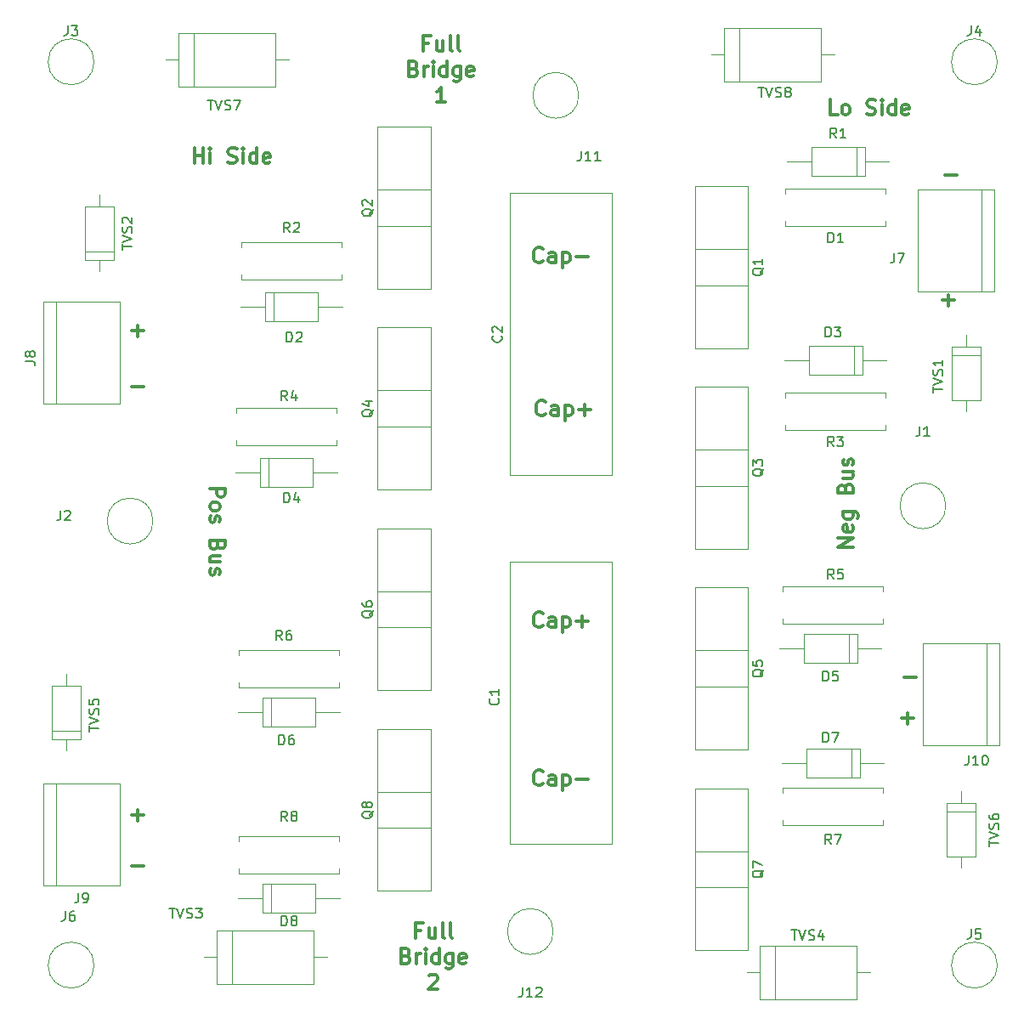
<source format=gbr>
G04 #@! TF.FileFunction,Legend,Top*
%FSLAX46Y46*%
G04 Gerber Fmt 4.6, Leading zero omitted, Abs format (unit mm)*
G04 Created by KiCad (PCBNEW 4.0.7) date 05/14/18 04:12:04*
%MOMM*%
%LPD*%
G01*
G04 APERTURE LIST*
%ADD10C,0.100000*%
%ADD11C,0.300000*%
%ADD12C,0.120000*%
%ADD13C,0.150000*%
G04 APERTURE END LIST*
D10*
D11*
X96984572Y-121947714D02*
X96913143Y-122019143D01*
X96698857Y-122090571D01*
X96556000Y-122090571D01*
X96341715Y-122019143D01*
X96198857Y-121876286D01*
X96127429Y-121733429D01*
X96056000Y-121447714D01*
X96056000Y-121233429D01*
X96127429Y-120947714D01*
X96198857Y-120804857D01*
X96341715Y-120662000D01*
X96556000Y-120590571D01*
X96698857Y-120590571D01*
X96913143Y-120662000D01*
X96984572Y-120733429D01*
X98270286Y-122090571D02*
X98270286Y-121304857D01*
X98198857Y-121162000D01*
X98056000Y-121090571D01*
X97770286Y-121090571D01*
X97627429Y-121162000D01*
X98270286Y-122019143D02*
X98127429Y-122090571D01*
X97770286Y-122090571D01*
X97627429Y-122019143D01*
X97556000Y-121876286D01*
X97556000Y-121733429D01*
X97627429Y-121590571D01*
X97770286Y-121519143D01*
X98127429Y-121519143D01*
X98270286Y-121447714D01*
X98984572Y-121090571D02*
X98984572Y-122590571D01*
X98984572Y-121162000D02*
X99127429Y-121090571D01*
X99413143Y-121090571D01*
X99556000Y-121162000D01*
X99627429Y-121233429D01*
X99698858Y-121376286D01*
X99698858Y-121804857D01*
X99627429Y-121947714D01*
X99556000Y-122019143D01*
X99413143Y-122090571D01*
X99127429Y-122090571D01*
X98984572Y-122019143D01*
X100341715Y-121519143D02*
X101484572Y-121519143D01*
X96984572Y-106199714D02*
X96913143Y-106271143D01*
X96698857Y-106342571D01*
X96556000Y-106342571D01*
X96341715Y-106271143D01*
X96198857Y-106128286D01*
X96127429Y-105985429D01*
X96056000Y-105699714D01*
X96056000Y-105485429D01*
X96127429Y-105199714D01*
X96198857Y-105056857D01*
X96341715Y-104914000D01*
X96556000Y-104842571D01*
X96698857Y-104842571D01*
X96913143Y-104914000D01*
X96984572Y-104985429D01*
X98270286Y-106342571D02*
X98270286Y-105556857D01*
X98198857Y-105414000D01*
X98056000Y-105342571D01*
X97770286Y-105342571D01*
X97627429Y-105414000D01*
X98270286Y-106271143D02*
X98127429Y-106342571D01*
X97770286Y-106342571D01*
X97627429Y-106271143D01*
X97556000Y-106128286D01*
X97556000Y-105985429D01*
X97627429Y-105842571D01*
X97770286Y-105771143D01*
X98127429Y-105771143D01*
X98270286Y-105699714D01*
X98984572Y-105342571D02*
X98984572Y-106842571D01*
X98984572Y-105414000D02*
X99127429Y-105342571D01*
X99413143Y-105342571D01*
X99556000Y-105414000D01*
X99627429Y-105485429D01*
X99698858Y-105628286D01*
X99698858Y-106056857D01*
X99627429Y-106199714D01*
X99556000Y-106271143D01*
X99413143Y-106342571D01*
X99127429Y-106342571D01*
X98984572Y-106271143D01*
X100341715Y-105771143D02*
X101484572Y-105771143D01*
X100913143Y-106342571D02*
X100913143Y-105199714D01*
X97238572Y-85117714D02*
X97167143Y-85189143D01*
X96952857Y-85260571D01*
X96810000Y-85260571D01*
X96595715Y-85189143D01*
X96452857Y-85046286D01*
X96381429Y-84903429D01*
X96310000Y-84617714D01*
X96310000Y-84403429D01*
X96381429Y-84117714D01*
X96452857Y-83974857D01*
X96595715Y-83832000D01*
X96810000Y-83760571D01*
X96952857Y-83760571D01*
X97167143Y-83832000D01*
X97238572Y-83903429D01*
X98524286Y-85260571D02*
X98524286Y-84474857D01*
X98452857Y-84332000D01*
X98310000Y-84260571D01*
X98024286Y-84260571D01*
X97881429Y-84332000D01*
X98524286Y-85189143D02*
X98381429Y-85260571D01*
X98024286Y-85260571D01*
X97881429Y-85189143D01*
X97810000Y-85046286D01*
X97810000Y-84903429D01*
X97881429Y-84760571D01*
X98024286Y-84689143D01*
X98381429Y-84689143D01*
X98524286Y-84617714D01*
X99238572Y-84260571D02*
X99238572Y-85760571D01*
X99238572Y-84332000D02*
X99381429Y-84260571D01*
X99667143Y-84260571D01*
X99810000Y-84332000D01*
X99881429Y-84403429D01*
X99952858Y-84546286D01*
X99952858Y-84974857D01*
X99881429Y-85117714D01*
X99810000Y-85189143D01*
X99667143Y-85260571D01*
X99381429Y-85260571D01*
X99238572Y-85189143D01*
X100595715Y-84689143D02*
X101738572Y-84689143D01*
X101167143Y-85260571D02*
X101167143Y-84117714D01*
X96984572Y-69877714D02*
X96913143Y-69949143D01*
X96698857Y-70020571D01*
X96556000Y-70020571D01*
X96341715Y-69949143D01*
X96198857Y-69806286D01*
X96127429Y-69663429D01*
X96056000Y-69377714D01*
X96056000Y-69163429D01*
X96127429Y-68877714D01*
X96198857Y-68734857D01*
X96341715Y-68592000D01*
X96556000Y-68520571D01*
X96698857Y-68520571D01*
X96913143Y-68592000D01*
X96984572Y-68663429D01*
X98270286Y-70020571D02*
X98270286Y-69234857D01*
X98198857Y-69092000D01*
X98056000Y-69020571D01*
X97770286Y-69020571D01*
X97627429Y-69092000D01*
X98270286Y-69949143D02*
X98127429Y-70020571D01*
X97770286Y-70020571D01*
X97627429Y-69949143D01*
X97556000Y-69806286D01*
X97556000Y-69663429D01*
X97627429Y-69520571D01*
X97770286Y-69449143D01*
X98127429Y-69449143D01*
X98270286Y-69377714D01*
X98984572Y-69020571D02*
X98984572Y-70520571D01*
X98984572Y-69092000D02*
X99127429Y-69020571D01*
X99413143Y-69020571D01*
X99556000Y-69092000D01*
X99627429Y-69163429D01*
X99698858Y-69306286D01*
X99698858Y-69734857D01*
X99627429Y-69877714D01*
X99556000Y-69949143D01*
X99413143Y-70020571D01*
X99127429Y-70020571D01*
X98984572Y-69949143D01*
X100341715Y-69449143D02*
X101484572Y-69449143D01*
X84856001Y-136534857D02*
X84356001Y-136534857D01*
X84356001Y-137320571D02*
X84356001Y-135820571D01*
X85070287Y-135820571D01*
X86284572Y-136320571D02*
X86284572Y-137320571D01*
X85641715Y-136320571D02*
X85641715Y-137106286D01*
X85713143Y-137249143D01*
X85856001Y-137320571D01*
X86070286Y-137320571D01*
X86213143Y-137249143D01*
X86284572Y-137177714D01*
X87213144Y-137320571D02*
X87070286Y-137249143D01*
X86998858Y-137106286D01*
X86998858Y-135820571D01*
X87998858Y-137320571D02*
X87856000Y-137249143D01*
X87784572Y-137106286D01*
X87784572Y-135820571D01*
X83391715Y-139084857D02*
X83606001Y-139156286D01*
X83677429Y-139227714D01*
X83748858Y-139370571D01*
X83748858Y-139584857D01*
X83677429Y-139727714D01*
X83606001Y-139799143D01*
X83463143Y-139870571D01*
X82891715Y-139870571D01*
X82891715Y-138370571D01*
X83391715Y-138370571D01*
X83534572Y-138442000D01*
X83606001Y-138513429D01*
X83677429Y-138656286D01*
X83677429Y-138799143D01*
X83606001Y-138942000D01*
X83534572Y-139013429D01*
X83391715Y-139084857D01*
X82891715Y-139084857D01*
X84391715Y-139870571D02*
X84391715Y-138870571D01*
X84391715Y-139156286D02*
X84463143Y-139013429D01*
X84534572Y-138942000D01*
X84677429Y-138870571D01*
X84820286Y-138870571D01*
X85320286Y-139870571D02*
X85320286Y-138870571D01*
X85320286Y-138370571D02*
X85248857Y-138442000D01*
X85320286Y-138513429D01*
X85391714Y-138442000D01*
X85320286Y-138370571D01*
X85320286Y-138513429D01*
X86677429Y-139870571D02*
X86677429Y-138370571D01*
X86677429Y-139799143D02*
X86534572Y-139870571D01*
X86248858Y-139870571D01*
X86106000Y-139799143D01*
X86034572Y-139727714D01*
X85963143Y-139584857D01*
X85963143Y-139156286D01*
X86034572Y-139013429D01*
X86106000Y-138942000D01*
X86248858Y-138870571D01*
X86534572Y-138870571D01*
X86677429Y-138942000D01*
X88034572Y-138870571D02*
X88034572Y-140084857D01*
X87963143Y-140227714D01*
X87891715Y-140299143D01*
X87748858Y-140370571D01*
X87534572Y-140370571D01*
X87391715Y-140299143D01*
X88034572Y-139799143D02*
X87891715Y-139870571D01*
X87606001Y-139870571D01*
X87463143Y-139799143D01*
X87391715Y-139727714D01*
X87320286Y-139584857D01*
X87320286Y-139156286D01*
X87391715Y-139013429D01*
X87463143Y-138942000D01*
X87606001Y-138870571D01*
X87891715Y-138870571D01*
X88034572Y-138942000D01*
X89320286Y-139799143D02*
X89177429Y-139870571D01*
X88891715Y-139870571D01*
X88748858Y-139799143D01*
X88677429Y-139656286D01*
X88677429Y-139084857D01*
X88748858Y-138942000D01*
X88891715Y-138870571D01*
X89177429Y-138870571D01*
X89320286Y-138942000D01*
X89391715Y-139084857D01*
X89391715Y-139227714D01*
X88677429Y-139370571D01*
X85677429Y-141063429D02*
X85748858Y-140992000D01*
X85891715Y-140920571D01*
X86248858Y-140920571D01*
X86391715Y-140992000D01*
X86463144Y-141063429D01*
X86534572Y-141206286D01*
X86534572Y-141349143D01*
X86463144Y-141563429D01*
X85606001Y-142420571D01*
X86534572Y-142420571D01*
X56070572Y-130155143D02*
X57213429Y-130155143D01*
X56070572Y-125075143D02*
X57213429Y-125075143D01*
X56642000Y-125646571D02*
X56642000Y-124503714D01*
X132778572Y-115423143D02*
X133921429Y-115423143D01*
X133350000Y-115994571D02*
X133350000Y-114851714D01*
X133032572Y-111359143D02*
X134175429Y-111359143D01*
X56070572Y-76815143D02*
X57213429Y-76815143D01*
X56642000Y-77386571D02*
X56642000Y-76243714D01*
X56070572Y-82403143D02*
X57213429Y-82403143D01*
X136842572Y-73767143D02*
X137985429Y-73767143D01*
X137414000Y-74338571D02*
X137414000Y-73195714D01*
X137096572Y-61321143D02*
X138239429Y-61321143D01*
X127932571Y-98337143D02*
X126432571Y-98337143D01*
X127932571Y-97480000D01*
X126432571Y-97480000D01*
X127861143Y-96194286D02*
X127932571Y-96337143D01*
X127932571Y-96622857D01*
X127861143Y-96765714D01*
X127718286Y-96837143D01*
X127146857Y-96837143D01*
X127004000Y-96765714D01*
X126932571Y-96622857D01*
X126932571Y-96337143D01*
X127004000Y-96194286D01*
X127146857Y-96122857D01*
X127289714Y-96122857D01*
X127432571Y-96837143D01*
X126932571Y-94837143D02*
X128146857Y-94837143D01*
X128289714Y-94908572D01*
X128361143Y-94980000D01*
X128432571Y-95122857D01*
X128432571Y-95337143D01*
X128361143Y-95480000D01*
X127861143Y-94837143D02*
X127932571Y-94980000D01*
X127932571Y-95265714D01*
X127861143Y-95408572D01*
X127789714Y-95480000D01*
X127646857Y-95551429D01*
X127218286Y-95551429D01*
X127075429Y-95480000D01*
X127004000Y-95408572D01*
X126932571Y-95265714D01*
X126932571Y-94980000D01*
X127004000Y-94837143D01*
X127146857Y-92480000D02*
X127218286Y-92265714D01*
X127289714Y-92194286D01*
X127432571Y-92122857D01*
X127646857Y-92122857D01*
X127789714Y-92194286D01*
X127861143Y-92265714D01*
X127932571Y-92408572D01*
X127932571Y-92980000D01*
X126432571Y-92980000D01*
X126432571Y-92480000D01*
X126504000Y-92337143D01*
X126575429Y-92265714D01*
X126718286Y-92194286D01*
X126861143Y-92194286D01*
X127004000Y-92265714D01*
X127075429Y-92337143D01*
X127146857Y-92480000D01*
X127146857Y-92980000D01*
X126932571Y-90837143D02*
X127932571Y-90837143D01*
X126932571Y-91480000D02*
X127718286Y-91480000D01*
X127861143Y-91408572D01*
X127932571Y-91265714D01*
X127932571Y-91051429D01*
X127861143Y-90908572D01*
X127789714Y-90837143D01*
X127861143Y-90194286D02*
X127932571Y-90051429D01*
X127932571Y-89765714D01*
X127861143Y-89622857D01*
X127718286Y-89551429D01*
X127646857Y-89551429D01*
X127504000Y-89622857D01*
X127432571Y-89765714D01*
X127432571Y-89980000D01*
X127361143Y-90122857D01*
X127218286Y-90194286D01*
X127146857Y-90194286D01*
X127004000Y-90122857D01*
X126932571Y-89980000D01*
X126932571Y-89765714D01*
X127004000Y-89622857D01*
X63837429Y-92488286D02*
X65337429Y-92488286D01*
X65337429Y-93059714D01*
X65266000Y-93202572D01*
X65194571Y-93274000D01*
X65051714Y-93345429D01*
X64837429Y-93345429D01*
X64694571Y-93274000D01*
X64623143Y-93202572D01*
X64551714Y-93059714D01*
X64551714Y-92488286D01*
X63837429Y-94202572D02*
X63908857Y-94059714D01*
X63980286Y-93988286D01*
X64123143Y-93916857D01*
X64551714Y-93916857D01*
X64694571Y-93988286D01*
X64766000Y-94059714D01*
X64837429Y-94202572D01*
X64837429Y-94416857D01*
X64766000Y-94559714D01*
X64694571Y-94631143D01*
X64551714Y-94702572D01*
X64123143Y-94702572D01*
X63980286Y-94631143D01*
X63908857Y-94559714D01*
X63837429Y-94416857D01*
X63837429Y-94202572D01*
X63908857Y-95274000D02*
X63837429Y-95416857D01*
X63837429Y-95702572D01*
X63908857Y-95845429D01*
X64051714Y-95916857D01*
X64123143Y-95916857D01*
X64266000Y-95845429D01*
X64337429Y-95702572D01*
X64337429Y-95488286D01*
X64408857Y-95345429D01*
X64551714Y-95274000D01*
X64623143Y-95274000D01*
X64766000Y-95345429D01*
X64837429Y-95488286D01*
X64837429Y-95702572D01*
X64766000Y-95845429D01*
X64623143Y-98202572D02*
X64551714Y-98416858D01*
X64480286Y-98488286D01*
X64337429Y-98559715D01*
X64123143Y-98559715D01*
X63980286Y-98488286D01*
X63908857Y-98416858D01*
X63837429Y-98274000D01*
X63837429Y-97702572D01*
X65337429Y-97702572D01*
X65337429Y-98202572D01*
X65266000Y-98345429D01*
X65194571Y-98416858D01*
X65051714Y-98488286D01*
X64908857Y-98488286D01*
X64766000Y-98416858D01*
X64694571Y-98345429D01*
X64623143Y-98202572D01*
X64623143Y-97702572D01*
X64837429Y-99845429D02*
X63837429Y-99845429D01*
X64837429Y-99202572D02*
X64051714Y-99202572D01*
X63908857Y-99274000D01*
X63837429Y-99416858D01*
X63837429Y-99631143D01*
X63908857Y-99774000D01*
X63980286Y-99845429D01*
X63908857Y-100488286D02*
X63837429Y-100631143D01*
X63837429Y-100916858D01*
X63908857Y-101059715D01*
X64051714Y-101131143D01*
X64123143Y-101131143D01*
X64266000Y-101059715D01*
X64337429Y-100916858D01*
X64337429Y-100702572D01*
X64408857Y-100559715D01*
X64551714Y-100488286D01*
X64623143Y-100488286D01*
X64766000Y-100559715D01*
X64837429Y-100702572D01*
X64837429Y-100916858D01*
X64766000Y-101059715D01*
X126361429Y-55288571D02*
X125647143Y-55288571D01*
X125647143Y-53788571D01*
X127075715Y-55288571D02*
X126932857Y-55217143D01*
X126861429Y-55145714D01*
X126790000Y-55002857D01*
X126790000Y-54574286D01*
X126861429Y-54431429D01*
X126932857Y-54360000D01*
X127075715Y-54288571D01*
X127290000Y-54288571D01*
X127432857Y-54360000D01*
X127504286Y-54431429D01*
X127575715Y-54574286D01*
X127575715Y-55002857D01*
X127504286Y-55145714D01*
X127432857Y-55217143D01*
X127290000Y-55288571D01*
X127075715Y-55288571D01*
X129290000Y-55217143D02*
X129504286Y-55288571D01*
X129861429Y-55288571D01*
X130004286Y-55217143D01*
X130075715Y-55145714D01*
X130147143Y-55002857D01*
X130147143Y-54860000D01*
X130075715Y-54717143D01*
X130004286Y-54645714D01*
X129861429Y-54574286D01*
X129575715Y-54502857D01*
X129432857Y-54431429D01*
X129361429Y-54360000D01*
X129290000Y-54217143D01*
X129290000Y-54074286D01*
X129361429Y-53931429D01*
X129432857Y-53860000D01*
X129575715Y-53788571D01*
X129932857Y-53788571D01*
X130147143Y-53860000D01*
X130790000Y-55288571D02*
X130790000Y-54288571D01*
X130790000Y-53788571D02*
X130718571Y-53860000D01*
X130790000Y-53931429D01*
X130861428Y-53860000D01*
X130790000Y-53788571D01*
X130790000Y-53931429D01*
X132147143Y-55288571D02*
X132147143Y-53788571D01*
X132147143Y-55217143D02*
X132004286Y-55288571D01*
X131718572Y-55288571D01*
X131575714Y-55217143D01*
X131504286Y-55145714D01*
X131432857Y-55002857D01*
X131432857Y-54574286D01*
X131504286Y-54431429D01*
X131575714Y-54360000D01*
X131718572Y-54288571D01*
X132004286Y-54288571D01*
X132147143Y-54360000D01*
X133432857Y-55217143D02*
X133290000Y-55288571D01*
X133004286Y-55288571D01*
X132861429Y-55217143D01*
X132790000Y-55074286D01*
X132790000Y-54502857D01*
X132861429Y-54360000D01*
X133004286Y-54288571D01*
X133290000Y-54288571D01*
X133432857Y-54360000D01*
X133504286Y-54502857D01*
X133504286Y-54645714D01*
X132790000Y-54788571D01*
X62290000Y-60114571D02*
X62290000Y-58614571D01*
X62290000Y-59328857D02*
X63147143Y-59328857D01*
X63147143Y-60114571D02*
X63147143Y-58614571D01*
X63861429Y-60114571D02*
X63861429Y-59114571D01*
X63861429Y-58614571D02*
X63790000Y-58686000D01*
X63861429Y-58757429D01*
X63932857Y-58686000D01*
X63861429Y-58614571D01*
X63861429Y-58757429D01*
X65647143Y-60043143D02*
X65861429Y-60114571D01*
X66218572Y-60114571D01*
X66361429Y-60043143D01*
X66432858Y-59971714D01*
X66504286Y-59828857D01*
X66504286Y-59686000D01*
X66432858Y-59543143D01*
X66361429Y-59471714D01*
X66218572Y-59400286D01*
X65932858Y-59328857D01*
X65790000Y-59257429D01*
X65718572Y-59186000D01*
X65647143Y-59043143D01*
X65647143Y-58900286D01*
X65718572Y-58757429D01*
X65790000Y-58686000D01*
X65932858Y-58614571D01*
X66290000Y-58614571D01*
X66504286Y-58686000D01*
X67147143Y-60114571D02*
X67147143Y-59114571D01*
X67147143Y-58614571D02*
X67075714Y-58686000D01*
X67147143Y-58757429D01*
X67218571Y-58686000D01*
X67147143Y-58614571D01*
X67147143Y-58757429D01*
X68504286Y-60114571D02*
X68504286Y-58614571D01*
X68504286Y-60043143D02*
X68361429Y-60114571D01*
X68075715Y-60114571D01*
X67932857Y-60043143D01*
X67861429Y-59971714D01*
X67790000Y-59828857D01*
X67790000Y-59400286D01*
X67861429Y-59257429D01*
X67932857Y-59186000D01*
X68075715Y-59114571D01*
X68361429Y-59114571D01*
X68504286Y-59186000D01*
X69790000Y-60043143D02*
X69647143Y-60114571D01*
X69361429Y-60114571D01*
X69218572Y-60043143D01*
X69147143Y-59900286D01*
X69147143Y-59328857D01*
X69218572Y-59186000D01*
X69361429Y-59114571D01*
X69647143Y-59114571D01*
X69790000Y-59186000D01*
X69861429Y-59328857D01*
X69861429Y-59471714D01*
X69147143Y-59614571D01*
X85618001Y-48142857D02*
X85118001Y-48142857D01*
X85118001Y-48928571D02*
X85118001Y-47428571D01*
X85832287Y-47428571D01*
X87046572Y-47928571D02*
X87046572Y-48928571D01*
X86403715Y-47928571D02*
X86403715Y-48714286D01*
X86475143Y-48857143D01*
X86618001Y-48928571D01*
X86832286Y-48928571D01*
X86975143Y-48857143D01*
X87046572Y-48785714D01*
X87975144Y-48928571D02*
X87832286Y-48857143D01*
X87760858Y-48714286D01*
X87760858Y-47428571D01*
X88760858Y-48928571D02*
X88618000Y-48857143D01*
X88546572Y-48714286D01*
X88546572Y-47428571D01*
X84153715Y-50692857D02*
X84368001Y-50764286D01*
X84439429Y-50835714D01*
X84510858Y-50978571D01*
X84510858Y-51192857D01*
X84439429Y-51335714D01*
X84368001Y-51407143D01*
X84225143Y-51478571D01*
X83653715Y-51478571D01*
X83653715Y-49978571D01*
X84153715Y-49978571D01*
X84296572Y-50050000D01*
X84368001Y-50121429D01*
X84439429Y-50264286D01*
X84439429Y-50407143D01*
X84368001Y-50550000D01*
X84296572Y-50621429D01*
X84153715Y-50692857D01*
X83653715Y-50692857D01*
X85153715Y-51478571D02*
X85153715Y-50478571D01*
X85153715Y-50764286D02*
X85225143Y-50621429D01*
X85296572Y-50550000D01*
X85439429Y-50478571D01*
X85582286Y-50478571D01*
X86082286Y-51478571D02*
X86082286Y-50478571D01*
X86082286Y-49978571D02*
X86010857Y-50050000D01*
X86082286Y-50121429D01*
X86153714Y-50050000D01*
X86082286Y-49978571D01*
X86082286Y-50121429D01*
X87439429Y-51478571D02*
X87439429Y-49978571D01*
X87439429Y-51407143D02*
X87296572Y-51478571D01*
X87010858Y-51478571D01*
X86868000Y-51407143D01*
X86796572Y-51335714D01*
X86725143Y-51192857D01*
X86725143Y-50764286D01*
X86796572Y-50621429D01*
X86868000Y-50550000D01*
X87010858Y-50478571D01*
X87296572Y-50478571D01*
X87439429Y-50550000D01*
X88796572Y-50478571D02*
X88796572Y-51692857D01*
X88725143Y-51835714D01*
X88653715Y-51907143D01*
X88510858Y-51978571D01*
X88296572Y-51978571D01*
X88153715Y-51907143D01*
X88796572Y-51407143D02*
X88653715Y-51478571D01*
X88368001Y-51478571D01*
X88225143Y-51407143D01*
X88153715Y-51335714D01*
X88082286Y-51192857D01*
X88082286Y-50764286D01*
X88153715Y-50621429D01*
X88225143Y-50550000D01*
X88368001Y-50478571D01*
X88653715Y-50478571D01*
X88796572Y-50550000D01*
X90082286Y-51407143D02*
X89939429Y-51478571D01*
X89653715Y-51478571D01*
X89510858Y-51407143D01*
X89439429Y-51264286D01*
X89439429Y-50692857D01*
X89510858Y-50550000D01*
X89653715Y-50478571D01*
X89939429Y-50478571D01*
X90082286Y-50550000D01*
X90153715Y-50692857D01*
X90153715Y-50835714D01*
X89439429Y-50978571D01*
X87296572Y-54028571D02*
X86439429Y-54028571D01*
X86868001Y-54028571D02*
X86868001Y-52528571D01*
X86725144Y-52742857D01*
X86582286Y-52885714D01*
X86439429Y-52957143D01*
D12*
X121148000Y-63136000D02*
X121148000Y-62656000D01*
X121148000Y-62656000D02*
X131168000Y-62656000D01*
X131168000Y-62656000D02*
X131168000Y-63136000D01*
X121148000Y-65896000D02*
X121148000Y-66376000D01*
X121148000Y-66376000D02*
X131168000Y-66376000D01*
X131168000Y-66376000D02*
X131168000Y-65896000D01*
X141224000Y-107950000D02*
X141224000Y-118110000D01*
X142494000Y-107950000D02*
X134874000Y-107950000D01*
X134874000Y-107950000D02*
X134874000Y-118110000D01*
X134874000Y-118110000D02*
X142494000Y-118110000D01*
X142494000Y-118110000D02*
X142494000Y-107950000D01*
X69048000Y-113398000D02*
X69048000Y-116218000D01*
X69048000Y-116218000D02*
X74368000Y-116218000D01*
X74368000Y-116218000D02*
X74368000Y-113398000D01*
X74368000Y-113398000D02*
X69048000Y-113398000D01*
X66638000Y-114808000D02*
X69048000Y-114808000D01*
X76778000Y-114808000D02*
X74368000Y-114808000D01*
X69888000Y-113398000D02*
X69888000Y-116218000D01*
X52286000Y-50000000D02*
G75*
G03X52286000Y-50000000I-2286000J0D01*
G01*
X52286000Y-140000000D02*
G75*
G03X52286000Y-140000000I-2286000J0D01*
G01*
X117451000Y-62380000D02*
X117451000Y-78520000D01*
X112180000Y-62380000D02*
X112180000Y-78520000D01*
X117451000Y-62380000D02*
X112180000Y-62380000D01*
X117451000Y-78520000D02*
X112180000Y-78520000D01*
X117451000Y-68646000D02*
X112180000Y-68646000D01*
X117451000Y-72255000D02*
X112180000Y-72255000D01*
X80549000Y-72620000D02*
X80549000Y-56480000D01*
X85820000Y-72620000D02*
X85820000Y-56480000D01*
X80549000Y-72620000D02*
X85820000Y-72620000D01*
X80549000Y-56480000D02*
X85820000Y-56480000D01*
X80549000Y-66354000D02*
X85820000Y-66354000D01*
X80549000Y-62745000D02*
X85820000Y-62745000D01*
X137160000Y-94234000D02*
G75*
G03X137160000Y-94234000I-2286000J0D01*
G01*
X58166000Y-95758000D02*
G75*
G03X58166000Y-95758000I-2286000J0D01*
G01*
X142286000Y-50000000D02*
G75*
G03X142286000Y-50000000I-2286000J0D01*
G01*
X142286000Y-140000000D02*
G75*
G03X142286000Y-140000000I-2286000J0D01*
G01*
X140716000Y-62738000D02*
X140716000Y-72898000D01*
X141986000Y-62738000D02*
X134366000Y-62738000D01*
X134366000Y-62738000D02*
X134366000Y-72898000D01*
X134366000Y-72898000D02*
X141986000Y-72898000D01*
X141986000Y-72898000D02*
X141986000Y-62738000D01*
X48514000Y-84074000D02*
X48514000Y-73914000D01*
X47244000Y-84074000D02*
X54864000Y-84074000D01*
X54864000Y-84074000D02*
X54864000Y-73914000D01*
X54864000Y-73914000D02*
X47244000Y-73914000D01*
X47244000Y-73914000D02*
X47244000Y-84074000D01*
X117451000Y-82380000D02*
X117451000Y-98520000D01*
X112180000Y-82380000D02*
X112180000Y-98520000D01*
X117451000Y-82380000D02*
X112180000Y-82380000D01*
X117451000Y-98520000D02*
X112180000Y-98520000D01*
X117451000Y-88646000D02*
X112180000Y-88646000D01*
X117451000Y-92255000D02*
X112180000Y-92255000D01*
X80549000Y-92620000D02*
X80549000Y-76480000D01*
X85820000Y-92620000D02*
X85820000Y-76480000D01*
X80549000Y-92620000D02*
X85820000Y-92620000D01*
X80549000Y-76480000D02*
X85820000Y-76480000D01*
X80549000Y-86354000D02*
X85820000Y-86354000D01*
X80549000Y-82745000D02*
X85820000Y-82745000D01*
X117451000Y-102380000D02*
X117451000Y-118520000D01*
X112180000Y-102380000D02*
X112180000Y-118520000D01*
X117451000Y-102380000D02*
X112180000Y-102380000D01*
X117451000Y-118520000D02*
X112180000Y-118520000D01*
X117451000Y-108646000D02*
X112180000Y-108646000D01*
X117451000Y-112255000D02*
X112180000Y-112255000D01*
X80549000Y-112620000D02*
X80549000Y-96480000D01*
X85820000Y-112620000D02*
X85820000Y-96480000D01*
X80549000Y-112620000D02*
X85820000Y-112620000D01*
X80549000Y-96480000D02*
X85820000Y-96480000D01*
X80549000Y-106354000D02*
X85820000Y-106354000D01*
X80549000Y-102745000D02*
X85820000Y-102745000D01*
X117451000Y-122380000D02*
X117451000Y-138520000D01*
X112180000Y-122380000D02*
X112180000Y-138520000D01*
X117451000Y-122380000D02*
X112180000Y-122380000D01*
X117451000Y-138520000D02*
X112180000Y-138520000D01*
X117451000Y-128646000D02*
X112180000Y-128646000D01*
X117451000Y-132255000D02*
X112180000Y-132255000D01*
X80549000Y-132620000D02*
X80549000Y-116480000D01*
X85820000Y-132620000D02*
X85820000Y-116480000D01*
X80549000Y-132620000D02*
X85820000Y-132620000D01*
X80549000Y-116480000D02*
X85820000Y-116480000D01*
X80549000Y-126354000D02*
X85820000Y-126354000D01*
X80549000Y-122745000D02*
X85820000Y-122745000D01*
X98044000Y-136652000D02*
G75*
G03X98044000Y-136652000I-2286000J0D01*
G01*
X140602000Y-78366000D02*
X137782000Y-78366000D01*
X137782000Y-78366000D02*
X137782000Y-83686000D01*
X137782000Y-83686000D02*
X140602000Y-83686000D01*
X140602000Y-83686000D02*
X140602000Y-78366000D01*
X139192000Y-77226000D02*
X139192000Y-78366000D01*
X139192000Y-84826000D02*
X139192000Y-83686000D01*
X140602000Y-79206000D02*
X137782000Y-79206000D01*
X51422000Y-69716000D02*
X54242000Y-69716000D01*
X54242000Y-69716000D02*
X54242000Y-64396000D01*
X54242000Y-64396000D02*
X51422000Y-64396000D01*
X51422000Y-64396000D02*
X51422000Y-69716000D01*
X52832000Y-70856000D02*
X52832000Y-69716000D01*
X52832000Y-63256000D02*
X52832000Y-64396000D01*
X51422000Y-68876000D02*
X54242000Y-68876000D01*
X129072000Y-61354000D02*
X129072000Y-58534000D01*
X129072000Y-58534000D02*
X123752000Y-58534000D01*
X123752000Y-58534000D02*
X123752000Y-61354000D01*
X123752000Y-61354000D02*
X129072000Y-61354000D01*
X131482000Y-59944000D02*
X129072000Y-59944000D01*
X121342000Y-59944000D02*
X123752000Y-59944000D01*
X128232000Y-61354000D02*
X128232000Y-58534000D01*
X69302000Y-73012000D02*
X69302000Y-75832000D01*
X69302000Y-75832000D02*
X74622000Y-75832000D01*
X74622000Y-75832000D02*
X74622000Y-73012000D01*
X74622000Y-73012000D02*
X69302000Y-73012000D01*
X66892000Y-74422000D02*
X69302000Y-74422000D01*
X77032000Y-74422000D02*
X74622000Y-74422000D01*
X70142000Y-73012000D02*
X70142000Y-75832000D01*
X128818000Y-81166000D02*
X128818000Y-78346000D01*
X128818000Y-78346000D02*
X123498000Y-78346000D01*
X123498000Y-78346000D02*
X123498000Y-81166000D01*
X123498000Y-81166000D02*
X128818000Y-81166000D01*
X131228000Y-79756000D02*
X128818000Y-79756000D01*
X121088000Y-79756000D02*
X123498000Y-79756000D01*
X127978000Y-81166000D02*
X127978000Y-78346000D01*
X68794000Y-89522000D02*
X68794000Y-92342000D01*
X68794000Y-92342000D02*
X74114000Y-92342000D01*
X74114000Y-92342000D02*
X74114000Y-89522000D01*
X74114000Y-89522000D02*
X68794000Y-89522000D01*
X66384000Y-90932000D02*
X68794000Y-90932000D01*
X76524000Y-90932000D02*
X74114000Y-90932000D01*
X69634000Y-89522000D02*
X69634000Y-92342000D01*
X128310000Y-109868000D02*
X128310000Y-107048000D01*
X128310000Y-107048000D02*
X122990000Y-107048000D01*
X122990000Y-107048000D02*
X122990000Y-109868000D01*
X122990000Y-109868000D02*
X128310000Y-109868000D01*
X130720000Y-108458000D02*
X128310000Y-108458000D01*
X120580000Y-108458000D02*
X122990000Y-108458000D01*
X127470000Y-109868000D02*
X127470000Y-107048000D01*
X128564000Y-121298000D02*
X128564000Y-118478000D01*
X128564000Y-118478000D02*
X123244000Y-118478000D01*
X123244000Y-118478000D02*
X123244000Y-121298000D01*
X123244000Y-121298000D02*
X128564000Y-121298000D01*
X130974000Y-119888000D02*
X128564000Y-119888000D01*
X120834000Y-119888000D02*
X123244000Y-119888000D01*
X127724000Y-121298000D02*
X127724000Y-118478000D01*
X69048000Y-131940000D02*
X69048000Y-134760000D01*
X69048000Y-134760000D02*
X74368000Y-134760000D01*
X74368000Y-134760000D02*
X74368000Y-131940000D01*
X74368000Y-131940000D02*
X69048000Y-131940000D01*
X66638000Y-133350000D02*
X69048000Y-133350000D01*
X76778000Y-133350000D02*
X74368000Y-133350000D01*
X69888000Y-131940000D02*
X69888000Y-134760000D01*
X76972000Y-71230000D02*
X76972000Y-71710000D01*
X76972000Y-71710000D02*
X66952000Y-71710000D01*
X66952000Y-71710000D02*
X66952000Y-71230000D01*
X76972000Y-68470000D02*
X76972000Y-67990000D01*
X76972000Y-67990000D02*
X66952000Y-67990000D01*
X66952000Y-67990000D02*
X66952000Y-68470000D01*
X121148000Y-83456000D02*
X121148000Y-82976000D01*
X121148000Y-82976000D02*
X131168000Y-82976000D01*
X131168000Y-82976000D02*
X131168000Y-83456000D01*
X121148000Y-86216000D02*
X121148000Y-86696000D01*
X121148000Y-86696000D02*
X131168000Y-86696000D01*
X131168000Y-86696000D02*
X131168000Y-86216000D01*
X76464000Y-87740000D02*
X76464000Y-88220000D01*
X76464000Y-88220000D02*
X66444000Y-88220000D01*
X66444000Y-88220000D02*
X66444000Y-87740000D01*
X76464000Y-84980000D02*
X76464000Y-84500000D01*
X76464000Y-84500000D02*
X66444000Y-84500000D01*
X66444000Y-84500000D02*
X66444000Y-84980000D01*
X120894000Y-102760000D02*
X120894000Y-102280000D01*
X120894000Y-102280000D02*
X130914000Y-102280000D01*
X130914000Y-102280000D02*
X130914000Y-102760000D01*
X120894000Y-105520000D02*
X120894000Y-106000000D01*
X120894000Y-106000000D02*
X130914000Y-106000000D01*
X130914000Y-106000000D02*
X130914000Y-105520000D01*
X76718000Y-111870000D02*
X76718000Y-112350000D01*
X76718000Y-112350000D02*
X66698000Y-112350000D01*
X66698000Y-112350000D02*
X66698000Y-111870000D01*
X76718000Y-109110000D02*
X76718000Y-108630000D01*
X76718000Y-108630000D02*
X66698000Y-108630000D01*
X66698000Y-108630000D02*
X66698000Y-109110000D01*
X120894000Y-122826000D02*
X120894000Y-122346000D01*
X120894000Y-122346000D02*
X130914000Y-122346000D01*
X130914000Y-122346000D02*
X130914000Y-122826000D01*
X120894000Y-125586000D02*
X120894000Y-126066000D01*
X120894000Y-126066000D02*
X130914000Y-126066000D01*
X130914000Y-126066000D02*
X130914000Y-125586000D01*
X76718000Y-130412000D02*
X76718000Y-130892000D01*
X76718000Y-130892000D02*
X66698000Y-130892000D01*
X66698000Y-130892000D02*
X66698000Y-130412000D01*
X76718000Y-127652000D02*
X76718000Y-127172000D01*
X76718000Y-127172000D02*
X66698000Y-127172000D01*
X66698000Y-127172000D02*
X66698000Y-127652000D01*
X64517000Y-136527000D02*
X64517000Y-141857000D01*
X64517000Y-141857000D02*
X74167000Y-141857000D01*
X74167000Y-141857000D02*
X74167000Y-136527000D01*
X74167000Y-136527000D02*
X64517000Y-136527000D01*
X63202000Y-139192000D02*
X64517000Y-139192000D01*
X75482000Y-139192000D02*
X74167000Y-139192000D01*
X66006500Y-136527000D02*
X66006500Y-141857000D01*
X118619000Y-138051000D02*
X118619000Y-143381000D01*
X118619000Y-143381000D02*
X128269000Y-143381000D01*
X128269000Y-143381000D02*
X128269000Y-138051000D01*
X128269000Y-138051000D02*
X118619000Y-138051000D01*
X117304000Y-140716000D02*
X118619000Y-140716000D01*
X129584000Y-140716000D02*
X128269000Y-140716000D01*
X120108500Y-138051000D02*
X120108500Y-143381000D01*
X103866000Y-99806000D02*
X103866000Y-127926000D01*
X93746000Y-99806000D02*
X93746000Y-127926000D01*
X103866000Y-99806000D02*
X93746000Y-99806000D01*
X103866000Y-127926000D02*
X93746000Y-127926000D01*
X93746000Y-91202000D02*
X93746000Y-63082000D01*
X103866000Y-91202000D02*
X103866000Y-63082000D01*
X93746000Y-91202000D02*
X103866000Y-91202000D01*
X93746000Y-63082000D02*
X103866000Y-63082000D01*
X48514000Y-132080000D02*
X48514000Y-121920000D01*
X47244000Y-132080000D02*
X54864000Y-132080000D01*
X54864000Y-132080000D02*
X54864000Y-121920000D01*
X54864000Y-121920000D02*
X47244000Y-121920000D01*
X47244000Y-121920000D02*
X47244000Y-132080000D01*
X100584000Y-53340000D02*
G75*
G03X100584000Y-53340000I-2286000J0D01*
G01*
X48120000Y-117468000D02*
X50940000Y-117468000D01*
X50940000Y-117468000D02*
X50940000Y-112148000D01*
X50940000Y-112148000D02*
X48120000Y-112148000D01*
X48120000Y-112148000D02*
X48120000Y-117468000D01*
X49530000Y-118608000D02*
X49530000Y-117468000D01*
X49530000Y-111008000D02*
X49530000Y-112148000D01*
X48120000Y-116628000D02*
X50940000Y-116628000D01*
X140094000Y-123832000D02*
X137274000Y-123832000D01*
X137274000Y-123832000D02*
X137274000Y-129152000D01*
X137274000Y-129152000D02*
X140094000Y-129152000D01*
X140094000Y-129152000D02*
X140094000Y-123832000D01*
X138684000Y-122692000D02*
X138684000Y-123832000D01*
X138684000Y-130292000D02*
X138684000Y-129152000D01*
X140094000Y-124672000D02*
X137274000Y-124672000D01*
X60707000Y-47119000D02*
X60707000Y-52449000D01*
X60707000Y-52449000D02*
X70357000Y-52449000D01*
X70357000Y-52449000D02*
X70357000Y-47119000D01*
X70357000Y-47119000D02*
X60707000Y-47119000D01*
X59392000Y-49784000D02*
X60707000Y-49784000D01*
X71672000Y-49784000D02*
X70357000Y-49784000D01*
X62196500Y-47119000D02*
X62196500Y-52449000D01*
X115063000Y-46611000D02*
X115063000Y-51941000D01*
X115063000Y-51941000D02*
X124713000Y-51941000D01*
X124713000Y-51941000D02*
X124713000Y-46611000D01*
X124713000Y-46611000D02*
X115063000Y-46611000D01*
X113748000Y-49276000D02*
X115063000Y-49276000D01*
X126028000Y-49276000D02*
X124713000Y-49276000D01*
X116552500Y-46611000D02*
X116552500Y-51941000D01*
D13*
X126245334Y-57602381D02*
X125912000Y-57126190D01*
X125673905Y-57602381D02*
X125673905Y-56602381D01*
X126054858Y-56602381D01*
X126150096Y-56650000D01*
X126197715Y-56697619D01*
X126245334Y-56792857D01*
X126245334Y-56935714D01*
X126197715Y-57030952D01*
X126150096Y-57078571D01*
X126054858Y-57126190D01*
X125673905Y-57126190D01*
X127197715Y-57602381D02*
X126626286Y-57602381D01*
X126912000Y-57602381D02*
X126912000Y-56602381D01*
X126816762Y-56745238D01*
X126721524Y-56840476D01*
X126626286Y-56888095D01*
X139398477Y-119086381D02*
X139398477Y-119800667D01*
X139350857Y-119943524D01*
X139255619Y-120038762D01*
X139112762Y-120086381D01*
X139017524Y-120086381D01*
X140398477Y-120086381D02*
X139827048Y-120086381D01*
X140112762Y-120086381D02*
X140112762Y-119086381D01*
X140017524Y-119229238D01*
X139922286Y-119324476D01*
X139827048Y-119372095D01*
X141017524Y-119086381D02*
X141112763Y-119086381D01*
X141208001Y-119134000D01*
X141255620Y-119181619D01*
X141303239Y-119276857D01*
X141350858Y-119467333D01*
X141350858Y-119705429D01*
X141303239Y-119895905D01*
X141255620Y-119991143D01*
X141208001Y-120038762D01*
X141112763Y-120086381D01*
X141017524Y-120086381D01*
X140922286Y-120038762D01*
X140874667Y-119991143D01*
X140827048Y-119895905D01*
X140779429Y-119705429D01*
X140779429Y-119467333D01*
X140827048Y-119276857D01*
X140874667Y-119181619D01*
X140922286Y-119134000D01*
X141017524Y-119086381D01*
X70715905Y-118054381D02*
X70715905Y-117054381D01*
X70954000Y-117054381D01*
X71096858Y-117102000D01*
X71192096Y-117197238D01*
X71239715Y-117292476D01*
X71287334Y-117482952D01*
X71287334Y-117625810D01*
X71239715Y-117816286D01*
X71192096Y-117911524D01*
X71096858Y-118006762D01*
X70954000Y-118054381D01*
X70715905Y-118054381D01*
X72144477Y-117054381D02*
X71954000Y-117054381D01*
X71858762Y-117102000D01*
X71811143Y-117149619D01*
X71715905Y-117292476D01*
X71668286Y-117482952D01*
X71668286Y-117863905D01*
X71715905Y-117959143D01*
X71763524Y-118006762D01*
X71858762Y-118054381D01*
X72049239Y-118054381D01*
X72144477Y-118006762D01*
X72192096Y-117959143D01*
X72239715Y-117863905D01*
X72239715Y-117625810D01*
X72192096Y-117530571D01*
X72144477Y-117482952D01*
X72049239Y-117435333D01*
X71858762Y-117435333D01*
X71763524Y-117482952D01*
X71715905Y-117530571D01*
X71668286Y-117625810D01*
X49666667Y-46404381D02*
X49666667Y-47118667D01*
X49619047Y-47261524D01*
X49523809Y-47356762D01*
X49380952Y-47404381D01*
X49285714Y-47404381D01*
X50047619Y-46404381D02*
X50666667Y-46404381D01*
X50333333Y-46785333D01*
X50476191Y-46785333D01*
X50571429Y-46832952D01*
X50619048Y-46880571D01*
X50666667Y-46975810D01*
X50666667Y-47213905D01*
X50619048Y-47309143D01*
X50571429Y-47356762D01*
X50476191Y-47404381D01*
X50190476Y-47404381D01*
X50095238Y-47356762D01*
X50047619Y-47309143D01*
X49412667Y-134626381D02*
X49412667Y-135340667D01*
X49365047Y-135483524D01*
X49269809Y-135578762D01*
X49126952Y-135626381D01*
X49031714Y-135626381D01*
X50317429Y-134626381D02*
X50126952Y-134626381D01*
X50031714Y-134674000D01*
X49984095Y-134721619D01*
X49888857Y-134864476D01*
X49841238Y-135054952D01*
X49841238Y-135435905D01*
X49888857Y-135531143D01*
X49936476Y-135578762D01*
X50031714Y-135626381D01*
X50222191Y-135626381D01*
X50317429Y-135578762D01*
X50365048Y-135531143D01*
X50412667Y-135435905D01*
X50412667Y-135197810D01*
X50365048Y-135102571D01*
X50317429Y-135054952D01*
X50222191Y-135007333D01*
X50031714Y-135007333D01*
X49936476Y-135054952D01*
X49888857Y-135102571D01*
X49841238Y-135197810D01*
X118997619Y-70545238D02*
X118950000Y-70640476D01*
X118854762Y-70735714D01*
X118711905Y-70878571D01*
X118664286Y-70973810D01*
X118664286Y-71069048D01*
X118902381Y-71021429D02*
X118854762Y-71116667D01*
X118759524Y-71211905D01*
X118569048Y-71259524D01*
X118235714Y-71259524D01*
X118045238Y-71211905D01*
X117950000Y-71116667D01*
X117902381Y-71021429D01*
X117902381Y-70830952D01*
X117950000Y-70735714D01*
X118045238Y-70640476D01*
X118235714Y-70592857D01*
X118569048Y-70592857D01*
X118759524Y-70640476D01*
X118854762Y-70735714D01*
X118902381Y-70830952D01*
X118902381Y-71021429D01*
X118902381Y-69640476D02*
X118902381Y-70211905D01*
X118902381Y-69926191D02*
X117902381Y-69926191D01*
X118045238Y-70021429D01*
X118140476Y-70116667D01*
X118188095Y-70211905D01*
X80097619Y-64645238D02*
X80050000Y-64740476D01*
X79954762Y-64835714D01*
X79811905Y-64978571D01*
X79764286Y-65073810D01*
X79764286Y-65169048D01*
X80002381Y-65121429D02*
X79954762Y-65216667D01*
X79859524Y-65311905D01*
X79669048Y-65359524D01*
X79335714Y-65359524D01*
X79145238Y-65311905D01*
X79050000Y-65216667D01*
X79002381Y-65121429D01*
X79002381Y-64930952D01*
X79050000Y-64835714D01*
X79145238Y-64740476D01*
X79335714Y-64692857D01*
X79669048Y-64692857D01*
X79859524Y-64740476D01*
X79954762Y-64835714D01*
X80002381Y-64930952D01*
X80002381Y-65121429D01*
X79097619Y-64311905D02*
X79050000Y-64264286D01*
X79002381Y-64169048D01*
X79002381Y-63930952D01*
X79050000Y-63835714D01*
X79097619Y-63788095D01*
X79192857Y-63740476D01*
X79288095Y-63740476D01*
X79430952Y-63788095D01*
X80002381Y-64359524D01*
X80002381Y-63740476D01*
X134540667Y-86320381D02*
X134540667Y-87034667D01*
X134493047Y-87177524D01*
X134397809Y-87272762D01*
X134254952Y-87320381D01*
X134159714Y-87320381D01*
X135540667Y-87320381D02*
X134969238Y-87320381D01*
X135254952Y-87320381D02*
X135254952Y-86320381D01*
X135159714Y-86463238D01*
X135064476Y-86558476D01*
X134969238Y-86606095D01*
X48942667Y-94702381D02*
X48942667Y-95416667D01*
X48895047Y-95559524D01*
X48799809Y-95654762D01*
X48656952Y-95702381D01*
X48561714Y-95702381D01*
X49371238Y-94797619D02*
X49418857Y-94750000D01*
X49514095Y-94702381D01*
X49752191Y-94702381D01*
X49847429Y-94750000D01*
X49895048Y-94797619D01*
X49942667Y-94892857D01*
X49942667Y-94988095D01*
X49895048Y-95130952D01*
X49323619Y-95702381D01*
X49942667Y-95702381D01*
X139666667Y-46404381D02*
X139666667Y-47118667D01*
X139619047Y-47261524D01*
X139523809Y-47356762D01*
X139380952Y-47404381D01*
X139285714Y-47404381D01*
X140571429Y-46737714D02*
X140571429Y-47404381D01*
X140333333Y-46356762D02*
X140095238Y-47071048D01*
X140714286Y-47071048D01*
X139666667Y-136404381D02*
X139666667Y-137118667D01*
X139619047Y-137261524D01*
X139523809Y-137356762D01*
X139380952Y-137404381D01*
X139285714Y-137404381D01*
X140619048Y-136404381D02*
X140142857Y-136404381D01*
X140095238Y-136880571D01*
X140142857Y-136832952D01*
X140238095Y-136785333D01*
X140476191Y-136785333D01*
X140571429Y-136832952D01*
X140619048Y-136880571D01*
X140666667Y-136975810D01*
X140666667Y-137213905D01*
X140619048Y-137309143D01*
X140571429Y-137356762D01*
X140476191Y-137404381D01*
X140238095Y-137404381D01*
X140142857Y-137356762D01*
X140095238Y-137309143D01*
X132000667Y-69048381D02*
X132000667Y-69762667D01*
X131953047Y-69905524D01*
X131857809Y-70000762D01*
X131714952Y-70048381D01*
X131619714Y-70048381D01*
X132381619Y-69048381D02*
X133048286Y-69048381D01*
X132619714Y-70048381D01*
X45426381Y-79835333D02*
X46140667Y-79835333D01*
X46283524Y-79882953D01*
X46378762Y-79978191D01*
X46426381Y-80121048D01*
X46426381Y-80216286D01*
X45854952Y-79216286D02*
X45807333Y-79311524D01*
X45759714Y-79359143D01*
X45664476Y-79406762D01*
X45616857Y-79406762D01*
X45521619Y-79359143D01*
X45474000Y-79311524D01*
X45426381Y-79216286D01*
X45426381Y-79025809D01*
X45474000Y-78930571D01*
X45521619Y-78882952D01*
X45616857Y-78835333D01*
X45664476Y-78835333D01*
X45759714Y-78882952D01*
X45807333Y-78930571D01*
X45854952Y-79025809D01*
X45854952Y-79216286D01*
X45902571Y-79311524D01*
X45950190Y-79359143D01*
X46045429Y-79406762D01*
X46235905Y-79406762D01*
X46331143Y-79359143D01*
X46378762Y-79311524D01*
X46426381Y-79216286D01*
X46426381Y-79025809D01*
X46378762Y-78930571D01*
X46331143Y-78882952D01*
X46235905Y-78835333D01*
X46045429Y-78835333D01*
X45950190Y-78882952D01*
X45902571Y-78930571D01*
X45854952Y-79025809D01*
X118997619Y-90545238D02*
X118950000Y-90640476D01*
X118854762Y-90735714D01*
X118711905Y-90878571D01*
X118664286Y-90973810D01*
X118664286Y-91069048D01*
X118902381Y-91021429D02*
X118854762Y-91116667D01*
X118759524Y-91211905D01*
X118569048Y-91259524D01*
X118235714Y-91259524D01*
X118045238Y-91211905D01*
X117950000Y-91116667D01*
X117902381Y-91021429D01*
X117902381Y-90830952D01*
X117950000Y-90735714D01*
X118045238Y-90640476D01*
X118235714Y-90592857D01*
X118569048Y-90592857D01*
X118759524Y-90640476D01*
X118854762Y-90735714D01*
X118902381Y-90830952D01*
X118902381Y-91021429D01*
X117902381Y-90259524D02*
X117902381Y-89640476D01*
X118283333Y-89973810D01*
X118283333Y-89830952D01*
X118330952Y-89735714D01*
X118378571Y-89688095D01*
X118473810Y-89640476D01*
X118711905Y-89640476D01*
X118807143Y-89688095D01*
X118854762Y-89735714D01*
X118902381Y-89830952D01*
X118902381Y-90116667D01*
X118854762Y-90211905D01*
X118807143Y-90259524D01*
X80097619Y-84645238D02*
X80050000Y-84740476D01*
X79954762Y-84835714D01*
X79811905Y-84978571D01*
X79764286Y-85073810D01*
X79764286Y-85169048D01*
X80002381Y-85121429D02*
X79954762Y-85216667D01*
X79859524Y-85311905D01*
X79669048Y-85359524D01*
X79335714Y-85359524D01*
X79145238Y-85311905D01*
X79050000Y-85216667D01*
X79002381Y-85121429D01*
X79002381Y-84930952D01*
X79050000Y-84835714D01*
X79145238Y-84740476D01*
X79335714Y-84692857D01*
X79669048Y-84692857D01*
X79859524Y-84740476D01*
X79954762Y-84835714D01*
X80002381Y-84930952D01*
X80002381Y-85121429D01*
X79335714Y-83835714D02*
X80002381Y-83835714D01*
X78954762Y-84073810D02*
X79669048Y-84311905D01*
X79669048Y-83692857D01*
X118997619Y-110545238D02*
X118950000Y-110640476D01*
X118854762Y-110735714D01*
X118711905Y-110878571D01*
X118664286Y-110973810D01*
X118664286Y-111069048D01*
X118902381Y-111021429D02*
X118854762Y-111116667D01*
X118759524Y-111211905D01*
X118569048Y-111259524D01*
X118235714Y-111259524D01*
X118045238Y-111211905D01*
X117950000Y-111116667D01*
X117902381Y-111021429D01*
X117902381Y-110830952D01*
X117950000Y-110735714D01*
X118045238Y-110640476D01*
X118235714Y-110592857D01*
X118569048Y-110592857D01*
X118759524Y-110640476D01*
X118854762Y-110735714D01*
X118902381Y-110830952D01*
X118902381Y-111021429D01*
X117902381Y-109688095D02*
X117902381Y-110164286D01*
X118378571Y-110211905D01*
X118330952Y-110164286D01*
X118283333Y-110069048D01*
X118283333Y-109830952D01*
X118330952Y-109735714D01*
X118378571Y-109688095D01*
X118473810Y-109640476D01*
X118711905Y-109640476D01*
X118807143Y-109688095D01*
X118854762Y-109735714D01*
X118902381Y-109830952D01*
X118902381Y-110069048D01*
X118854762Y-110164286D01*
X118807143Y-110211905D01*
X80097619Y-104645238D02*
X80050000Y-104740476D01*
X79954762Y-104835714D01*
X79811905Y-104978571D01*
X79764286Y-105073810D01*
X79764286Y-105169048D01*
X80002381Y-105121429D02*
X79954762Y-105216667D01*
X79859524Y-105311905D01*
X79669048Y-105359524D01*
X79335714Y-105359524D01*
X79145238Y-105311905D01*
X79050000Y-105216667D01*
X79002381Y-105121429D01*
X79002381Y-104930952D01*
X79050000Y-104835714D01*
X79145238Y-104740476D01*
X79335714Y-104692857D01*
X79669048Y-104692857D01*
X79859524Y-104740476D01*
X79954762Y-104835714D01*
X80002381Y-104930952D01*
X80002381Y-105121429D01*
X79002381Y-103835714D02*
X79002381Y-104026191D01*
X79050000Y-104121429D01*
X79097619Y-104169048D01*
X79240476Y-104264286D01*
X79430952Y-104311905D01*
X79811905Y-104311905D01*
X79907143Y-104264286D01*
X79954762Y-104216667D01*
X80002381Y-104121429D01*
X80002381Y-103930952D01*
X79954762Y-103835714D01*
X79907143Y-103788095D01*
X79811905Y-103740476D01*
X79573810Y-103740476D01*
X79478571Y-103788095D01*
X79430952Y-103835714D01*
X79383333Y-103930952D01*
X79383333Y-104121429D01*
X79430952Y-104216667D01*
X79478571Y-104264286D01*
X79573810Y-104311905D01*
X118997619Y-130545238D02*
X118950000Y-130640476D01*
X118854762Y-130735714D01*
X118711905Y-130878571D01*
X118664286Y-130973810D01*
X118664286Y-131069048D01*
X118902381Y-131021429D02*
X118854762Y-131116667D01*
X118759524Y-131211905D01*
X118569048Y-131259524D01*
X118235714Y-131259524D01*
X118045238Y-131211905D01*
X117950000Y-131116667D01*
X117902381Y-131021429D01*
X117902381Y-130830952D01*
X117950000Y-130735714D01*
X118045238Y-130640476D01*
X118235714Y-130592857D01*
X118569048Y-130592857D01*
X118759524Y-130640476D01*
X118854762Y-130735714D01*
X118902381Y-130830952D01*
X118902381Y-131021429D01*
X117902381Y-130259524D02*
X117902381Y-129592857D01*
X118902381Y-130021429D01*
X80097619Y-124645238D02*
X80050000Y-124740476D01*
X79954762Y-124835714D01*
X79811905Y-124978571D01*
X79764286Y-125073810D01*
X79764286Y-125169048D01*
X80002381Y-125121429D02*
X79954762Y-125216667D01*
X79859524Y-125311905D01*
X79669048Y-125359524D01*
X79335714Y-125359524D01*
X79145238Y-125311905D01*
X79050000Y-125216667D01*
X79002381Y-125121429D01*
X79002381Y-124930952D01*
X79050000Y-124835714D01*
X79145238Y-124740476D01*
X79335714Y-124692857D01*
X79669048Y-124692857D01*
X79859524Y-124740476D01*
X79954762Y-124835714D01*
X80002381Y-124930952D01*
X80002381Y-125121429D01*
X79430952Y-124121429D02*
X79383333Y-124216667D01*
X79335714Y-124264286D01*
X79240476Y-124311905D01*
X79192857Y-124311905D01*
X79097619Y-124264286D01*
X79050000Y-124216667D01*
X79002381Y-124121429D01*
X79002381Y-123930952D01*
X79050000Y-123835714D01*
X79097619Y-123788095D01*
X79192857Y-123740476D01*
X79240476Y-123740476D01*
X79335714Y-123788095D01*
X79383333Y-123835714D01*
X79430952Y-123930952D01*
X79430952Y-124121429D01*
X79478571Y-124216667D01*
X79526190Y-124264286D01*
X79621429Y-124311905D01*
X79811905Y-124311905D01*
X79907143Y-124264286D01*
X79954762Y-124216667D01*
X80002381Y-124121429D01*
X80002381Y-123930952D01*
X79954762Y-123835714D01*
X79907143Y-123788095D01*
X79811905Y-123740476D01*
X79621429Y-123740476D01*
X79526190Y-123788095D01*
X79478571Y-123835714D01*
X79430952Y-123930952D01*
X94948477Y-142200381D02*
X94948477Y-142914667D01*
X94900857Y-143057524D01*
X94805619Y-143152762D01*
X94662762Y-143200381D01*
X94567524Y-143200381D01*
X95948477Y-143200381D02*
X95377048Y-143200381D01*
X95662762Y-143200381D02*
X95662762Y-142200381D01*
X95567524Y-142343238D01*
X95472286Y-142438476D01*
X95377048Y-142486095D01*
X96329429Y-142295619D02*
X96377048Y-142248000D01*
X96472286Y-142200381D01*
X96710382Y-142200381D01*
X96805620Y-142248000D01*
X96853239Y-142295619D01*
X96900858Y-142390857D01*
X96900858Y-142486095D01*
X96853239Y-142628952D01*
X96281810Y-143200381D01*
X96900858Y-143200381D01*
X135850381Y-82946667D02*
X135850381Y-82375238D01*
X136850381Y-82660953D02*
X135850381Y-82660953D01*
X135850381Y-82184762D02*
X136850381Y-81851429D01*
X135850381Y-81518095D01*
X136802762Y-81232381D02*
X136850381Y-81089524D01*
X136850381Y-80851428D01*
X136802762Y-80756190D01*
X136755143Y-80708571D01*
X136659905Y-80660952D01*
X136564667Y-80660952D01*
X136469429Y-80708571D01*
X136421810Y-80756190D01*
X136374190Y-80851428D01*
X136326571Y-81041905D01*
X136278952Y-81137143D01*
X136231333Y-81184762D01*
X136136095Y-81232381D01*
X136040857Y-81232381D01*
X135945619Y-81184762D01*
X135898000Y-81137143D01*
X135850381Y-81041905D01*
X135850381Y-80803809D01*
X135898000Y-80660952D01*
X136850381Y-79708571D02*
X136850381Y-80280000D01*
X136850381Y-79994286D02*
X135850381Y-79994286D01*
X135993238Y-80089524D01*
X136088476Y-80184762D01*
X136136095Y-80280000D01*
X55078381Y-68722667D02*
X55078381Y-68151238D01*
X56078381Y-68436953D02*
X55078381Y-68436953D01*
X55078381Y-67960762D02*
X56078381Y-67627429D01*
X55078381Y-67294095D01*
X56030762Y-67008381D02*
X56078381Y-66865524D01*
X56078381Y-66627428D01*
X56030762Y-66532190D01*
X55983143Y-66484571D01*
X55887905Y-66436952D01*
X55792667Y-66436952D01*
X55697429Y-66484571D01*
X55649810Y-66532190D01*
X55602190Y-66627428D01*
X55554571Y-66817905D01*
X55506952Y-66913143D01*
X55459333Y-66960762D01*
X55364095Y-67008381D01*
X55268857Y-67008381D01*
X55173619Y-66960762D01*
X55126000Y-66913143D01*
X55078381Y-66817905D01*
X55078381Y-66579809D01*
X55126000Y-66436952D01*
X55173619Y-66056000D02*
X55126000Y-66008381D01*
X55078381Y-65913143D01*
X55078381Y-65675047D01*
X55126000Y-65579809D01*
X55173619Y-65532190D01*
X55268857Y-65484571D01*
X55364095Y-65484571D01*
X55506952Y-65532190D01*
X56078381Y-66103619D01*
X56078381Y-65484571D01*
X125419905Y-68016381D02*
X125419905Y-67016381D01*
X125658000Y-67016381D01*
X125800858Y-67064000D01*
X125896096Y-67159238D01*
X125943715Y-67254476D01*
X125991334Y-67444952D01*
X125991334Y-67587810D01*
X125943715Y-67778286D01*
X125896096Y-67873524D01*
X125800858Y-67968762D01*
X125658000Y-68016381D01*
X125419905Y-68016381D01*
X126943715Y-68016381D02*
X126372286Y-68016381D01*
X126658000Y-68016381D02*
X126658000Y-67016381D01*
X126562762Y-67159238D01*
X126467524Y-67254476D01*
X126372286Y-67302095D01*
X71477905Y-77922381D02*
X71477905Y-76922381D01*
X71716000Y-76922381D01*
X71858858Y-76970000D01*
X71954096Y-77065238D01*
X72001715Y-77160476D01*
X72049334Y-77350952D01*
X72049334Y-77493810D01*
X72001715Y-77684286D01*
X71954096Y-77779524D01*
X71858858Y-77874762D01*
X71716000Y-77922381D01*
X71477905Y-77922381D01*
X72430286Y-77017619D02*
X72477905Y-76970000D01*
X72573143Y-76922381D01*
X72811239Y-76922381D01*
X72906477Y-76970000D01*
X72954096Y-77017619D01*
X73001715Y-77112857D01*
X73001715Y-77208095D01*
X72954096Y-77350952D01*
X72382667Y-77922381D01*
X73001715Y-77922381D01*
X125165905Y-77414381D02*
X125165905Y-76414381D01*
X125404000Y-76414381D01*
X125546858Y-76462000D01*
X125642096Y-76557238D01*
X125689715Y-76652476D01*
X125737334Y-76842952D01*
X125737334Y-76985810D01*
X125689715Y-77176286D01*
X125642096Y-77271524D01*
X125546858Y-77366762D01*
X125404000Y-77414381D01*
X125165905Y-77414381D01*
X126070667Y-76414381D02*
X126689715Y-76414381D01*
X126356381Y-76795333D01*
X126499239Y-76795333D01*
X126594477Y-76842952D01*
X126642096Y-76890571D01*
X126689715Y-76985810D01*
X126689715Y-77223905D01*
X126642096Y-77319143D01*
X126594477Y-77366762D01*
X126499239Y-77414381D01*
X126213524Y-77414381D01*
X126118286Y-77366762D01*
X126070667Y-77319143D01*
X71223905Y-93924381D02*
X71223905Y-92924381D01*
X71462000Y-92924381D01*
X71604858Y-92972000D01*
X71700096Y-93067238D01*
X71747715Y-93162476D01*
X71795334Y-93352952D01*
X71795334Y-93495810D01*
X71747715Y-93686286D01*
X71700096Y-93781524D01*
X71604858Y-93876762D01*
X71462000Y-93924381D01*
X71223905Y-93924381D01*
X72652477Y-93257714D02*
X72652477Y-93924381D01*
X72414381Y-92876762D02*
X72176286Y-93591048D01*
X72795334Y-93591048D01*
X124911905Y-111704381D02*
X124911905Y-110704381D01*
X125150000Y-110704381D01*
X125292858Y-110752000D01*
X125388096Y-110847238D01*
X125435715Y-110942476D01*
X125483334Y-111132952D01*
X125483334Y-111275810D01*
X125435715Y-111466286D01*
X125388096Y-111561524D01*
X125292858Y-111656762D01*
X125150000Y-111704381D01*
X124911905Y-111704381D01*
X126388096Y-110704381D02*
X125911905Y-110704381D01*
X125864286Y-111180571D01*
X125911905Y-111132952D01*
X126007143Y-111085333D01*
X126245239Y-111085333D01*
X126340477Y-111132952D01*
X126388096Y-111180571D01*
X126435715Y-111275810D01*
X126435715Y-111513905D01*
X126388096Y-111609143D01*
X126340477Y-111656762D01*
X126245239Y-111704381D01*
X126007143Y-111704381D01*
X125911905Y-111656762D01*
X125864286Y-111609143D01*
X124911905Y-117800381D02*
X124911905Y-116800381D01*
X125150000Y-116800381D01*
X125292858Y-116848000D01*
X125388096Y-116943238D01*
X125435715Y-117038476D01*
X125483334Y-117228952D01*
X125483334Y-117371810D01*
X125435715Y-117562286D01*
X125388096Y-117657524D01*
X125292858Y-117752762D01*
X125150000Y-117800381D01*
X124911905Y-117800381D01*
X125816667Y-116800381D02*
X126483334Y-116800381D01*
X126054762Y-117800381D01*
X70969905Y-136088381D02*
X70969905Y-135088381D01*
X71208000Y-135088381D01*
X71350858Y-135136000D01*
X71446096Y-135231238D01*
X71493715Y-135326476D01*
X71541334Y-135516952D01*
X71541334Y-135659810D01*
X71493715Y-135850286D01*
X71446096Y-135945524D01*
X71350858Y-136040762D01*
X71208000Y-136088381D01*
X70969905Y-136088381D01*
X72112762Y-135516952D02*
X72017524Y-135469333D01*
X71969905Y-135421714D01*
X71922286Y-135326476D01*
X71922286Y-135278857D01*
X71969905Y-135183619D01*
X72017524Y-135136000D01*
X72112762Y-135088381D01*
X72303239Y-135088381D01*
X72398477Y-135136000D01*
X72446096Y-135183619D01*
X72493715Y-135278857D01*
X72493715Y-135326476D01*
X72446096Y-135421714D01*
X72398477Y-135469333D01*
X72303239Y-135516952D01*
X72112762Y-135516952D01*
X72017524Y-135564571D01*
X71969905Y-135612190D01*
X71922286Y-135707429D01*
X71922286Y-135897905D01*
X71969905Y-135993143D01*
X72017524Y-136040762D01*
X72112762Y-136088381D01*
X72303239Y-136088381D01*
X72398477Y-136040762D01*
X72446096Y-135993143D01*
X72493715Y-135897905D01*
X72493715Y-135707429D01*
X72446096Y-135612190D01*
X72398477Y-135564571D01*
X72303239Y-135516952D01*
X71795334Y-67000381D02*
X71462000Y-66524190D01*
X71223905Y-67000381D02*
X71223905Y-66000381D01*
X71604858Y-66000381D01*
X71700096Y-66048000D01*
X71747715Y-66095619D01*
X71795334Y-66190857D01*
X71795334Y-66333714D01*
X71747715Y-66428952D01*
X71700096Y-66476571D01*
X71604858Y-66524190D01*
X71223905Y-66524190D01*
X72176286Y-66095619D02*
X72223905Y-66048000D01*
X72319143Y-66000381D01*
X72557239Y-66000381D01*
X72652477Y-66048000D01*
X72700096Y-66095619D01*
X72747715Y-66190857D01*
X72747715Y-66286095D01*
X72700096Y-66428952D01*
X72128667Y-67000381D01*
X72747715Y-67000381D01*
X125991334Y-88336381D02*
X125658000Y-87860190D01*
X125419905Y-88336381D02*
X125419905Y-87336381D01*
X125800858Y-87336381D01*
X125896096Y-87384000D01*
X125943715Y-87431619D01*
X125991334Y-87526857D01*
X125991334Y-87669714D01*
X125943715Y-87764952D01*
X125896096Y-87812571D01*
X125800858Y-87860190D01*
X125419905Y-87860190D01*
X126324667Y-87336381D02*
X126943715Y-87336381D01*
X126610381Y-87717333D01*
X126753239Y-87717333D01*
X126848477Y-87764952D01*
X126896096Y-87812571D01*
X126943715Y-87907810D01*
X126943715Y-88145905D01*
X126896096Y-88241143D01*
X126848477Y-88288762D01*
X126753239Y-88336381D01*
X126467524Y-88336381D01*
X126372286Y-88288762D01*
X126324667Y-88241143D01*
X71541334Y-83764381D02*
X71208000Y-83288190D01*
X70969905Y-83764381D02*
X70969905Y-82764381D01*
X71350858Y-82764381D01*
X71446096Y-82812000D01*
X71493715Y-82859619D01*
X71541334Y-82954857D01*
X71541334Y-83097714D01*
X71493715Y-83192952D01*
X71446096Y-83240571D01*
X71350858Y-83288190D01*
X70969905Y-83288190D01*
X72398477Y-83097714D02*
X72398477Y-83764381D01*
X72160381Y-82716762D02*
X71922286Y-83431048D01*
X72541334Y-83431048D01*
X125991334Y-101544381D02*
X125658000Y-101068190D01*
X125419905Y-101544381D02*
X125419905Y-100544381D01*
X125800858Y-100544381D01*
X125896096Y-100592000D01*
X125943715Y-100639619D01*
X125991334Y-100734857D01*
X125991334Y-100877714D01*
X125943715Y-100972952D01*
X125896096Y-101020571D01*
X125800858Y-101068190D01*
X125419905Y-101068190D01*
X126896096Y-100544381D02*
X126419905Y-100544381D01*
X126372286Y-101020571D01*
X126419905Y-100972952D01*
X126515143Y-100925333D01*
X126753239Y-100925333D01*
X126848477Y-100972952D01*
X126896096Y-101020571D01*
X126943715Y-101115810D01*
X126943715Y-101353905D01*
X126896096Y-101449143D01*
X126848477Y-101496762D01*
X126753239Y-101544381D01*
X126515143Y-101544381D01*
X126419905Y-101496762D01*
X126372286Y-101449143D01*
X71033334Y-107640381D02*
X70700000Y-107164190D01*
X70461905Y-107640381D02*
X70461905Y-106640381D01*
X70842858Y-106640381D01*
X70938096Y-106688000D01*
X70985715Y-106735619D01*
X71033334Y-106830857D01*
X71033334Y-106973714D01*
X70985715Y-107068952D01*
X70938096Y-107116571D01*
X70842858Y-107164190D01*
X70461905Y-107164190D01*
X71890477Y-106640381D02*
X71700000Y-106640381D01*
X71604762Y-106688000D01*
X71557143Y-106735619D01*
X71461905Y-106878476D01*
X71414286Y-107068952D01*
X71414286Y-107449905D01*
X71461905Y-107545143D01*
X71509524Y-107592762D01*
X71604762Y-107640381D01*
X71795239Y-107640381D01*
X71890477Y-107592762D01*
X71938096Y-107545143D01*
X71985715Y-107449905D01*
X71985715Y-107211810D01*
X71938096Y-107116571D01*
X71890477Y-107068952D01*
X71795239Y-107021333D01*
X71604762Y-107021333D01*
X71509524Y-107068952D01*
X71461905Y-107116571D01*
X71414286Y-107211810D01*
X125737334Y-127960381D02*
X125404000Y-127484190D01*
X125165905Y-127960381D02*
X125165905Y-126960381D01*
X125546858Y-126960381D01*
X125642096Y-127008000D01*
X125689715Y-127055619D01*
X125737334Y-127150857D01*
X125737334Y-127293714D01*
X125689715Y-127388952D01*
X125642096Y-127436571D01*
X125546858Y-127484190D01*
X125165905Y-127484190D01*
X126070667Y-126960381D02*
X126737334Y-126960381D01*
X126308762Y-127960381D01*
X71541334Y-125674381D02*
X71208000Y-125198190D01*
X70969905Y-125674381D02*
X70969905Y-124674381D01*
X71350858Y-124674381D01*
X71446096Y-124722000D01*
X71493715Y-124769619D01*
X71541334Y-124864857D01*
X71541334Y-125007714D01*
X71493715Y-125102952D01*
X71446096Y-125150571D01*
X71350858Y-125198190D01*
X70969905Y-125198190D01*
X72112762Y-125102952D02*
X72017524Y-125055333D01*
X71969905Y-125007714D01*
X71922286Y-124912476D01*
X71922286Y-124864857D01*
X71969905Y-124769619D01*
X72017524Y-124722000D01*
X72112762Y-124674381D01*
X72303239Y-124674381D01*
X72398477Y-124722000D01*
X72446096Y-124769619D01*
X72493715Y-124864857D01*
X72493715Y-124912476D01*
X72446096Y-125007714D01*
X72398477Y-125055333D01*
X72303239Y-125102952D01*
X72112762Y-125102952D01*
X72017524Y-125150571D01*
X71969905Y-125198190D01*
X71922286Y-125293429D01*
X71922286Y-125483905D01*
X71969905Y-125579143D01*
X72017524Y-125626762D01*
X72112762Y-125674381D01*
X72303239Y-125674381D01*
X72398477Y-125626762D01*
X72446096Y-125579143D01*
X72493715Y-125483905D01*
X72493715Y-125293429D01*
X72446096Y-125198190D01*
X72398477Y-125150571D01*
X72303239Y-125102952D01*
X59801333Y-134326381D02*
X60372762Y-134326381D01*
X60087047Y-135326381D02*
X60087047Y-134326381D01*
X60563238Y-134326381D02*
X60896571Y-135326381D01*
X61229905Y-134326381D01*
X61515619Y-135278762D02*
X61658476Y-135326381D01*
X61896572Y-135326381D01*
X61991810Y-135278762D01*
X62039429Y-135231143D01*
X62087048Y-135135905D01*
X62087048Y-135040667D01*
X62039429Y-134945429D01*
X61991810Y-134897810D01*
X61896572Y-134850190D01*
X61706095Y-134802571D01*
X61610857Y-134754952D01*
X61563238Y-134707333D01*
X61515619Y-134612095D01*
X61515619Y-134516857D01*
X61563238Y-134421619D01*
X61610857Y-134374000D01*
X61706095Y-134326381D01*
X61944191Y-134326381D01*
X62087048Y-134374000D01*
X62420381Y-134326381D02*
X63039429Y-134326381D01*
X62706095Y-134707333D01*
X62848953Y-134707333D01*
X62944191Y-134754952D01*
X62991810Y-134802571D01*
X63039429Y-134897810D01*
X63039429Y-135135905D01*
X62991810Y-135231143D01*
X62944191Y-135278762D01*
X62848953Y-135326381D01*
X62563238Y-135326381D01*
X62468000Y-135278762D01*
X62420381Y-135231143D01*
X121777333Y-136503381D02*
X122348762Y-136503381D01*
X122063047Y-137503381D02*
X122063047Y-136503381D01*
X122539238Y-136503381D02*
X122872571Y-137503381D01*
X123205905Y-136503381D01*
X123491619Y-137455762D02*
X123634476Y-137503381D01*
X123872572Y-137503381D01*
X123967810Y-137455762D01*
X124015429Y-137408143D01*
X124063048Y-137312905D01*
X124063048Y-137217667D01*
X124015429Y-137122429D01*
X123967810Y-137074810D01*
X123872572Y-137027190D01*
X123682095Y-136979571D01*
X123586857Y-136931952D01*
X123539238Y-136884333D01*
X123491619Y-136789095D01*
X123491619Y-136693857D01*
X123539238Y-136598619D01*
X123586857Y-136551000D01*
X123682095Y-136503381D01*
X123920191Y-136503381D01*
X124063048Y-136551000D01*
X124920191Y-136836714D02*
X124920191Y-137503381D01*
X124682095Y-136455762D02*
X124444000Y-137170048D01*
X125063048Y-137170048D01*
X92559143Y-113450666D02*
X92606762Y-113498285D01*
X92654381Y-113641142D01*
X92654381Y-113736380D01*
X92606762Y-113879238D01*
X92511524Y-113974476D01*
X92416286Y-114022095D01*
X92225810Y-114069714D01*
X92082952Y-114069714D01*
X91892476Y-114022095D01*
X91797238Y-113974476D01*
X91702000Y-113879238D01*
X91654381Y-113736380D01*
X91654381Y-113641142D01*
X91702000Y-113498285D01*
X91749619Y-113450666D01*
X92654381Y-112498285D02*
X92654381Y-113069714D01*
X92654381Y-112784000D02*
X91654381Y-112784000D01*
X91797238Y-112879238D01*
X91892476Y-112974476D01*
X91940095Y-113069714D01*
X92853143Y-77308666D02*
X92900762Y-77356285D01*
X92948381Y-77499142D01*
X92948381Y-77594380D01*
X92900762Y-77737238D01*
X92805524Y-77832476D01*
X92710286Y-77880095D01*
X92519810Y-77927714D01*
X92376952Y-77927714D01*
X92186476Y-77880095D01*
X92091238Y-77832476D01*
X91996000Y-77737238D01*
X91948381Y-77594380D01*
X91948381Y-77499142D01*
X91996000Y-77356285D01*
X92043619Y-77308666D01*
X92043619Y-76927714D02*
X91996000Y-76880095D01*
X91948381Y-76784857D01*
X91948381Y-76546761D01*
X91996000Y-76451523D01*
X92043619Y-76403904D01*
X92138857Y-76356285D01*
X92234095Y-76356285D01*
X92376952Y-76403904D01*
X92948381Y-76975333D01*
X92948381Y-76356285D01*
X50720667Y-132802381D02*
X50720667Y-133516667D01*
X50673047Y-133659524D01*
X50577809Y-133754762D01*
X50434952Y-133802381D01*
X50339714Y-133802381D01*
X51244476Y-133802381D02*
X51434952Y-133802381D01*
X51530191Y-133754762D01*
X51577810Y-133707143D01*
X51673048Y-133564286D01*
X51720667Y-133373810D01*
X51720667Y-132992857D01*
X51673048Y-132897619D01*
X51625429Y-132850000D01*
X51530191Y-132802381D01*
X51339714Y-132802381D01*
X51244476Y-132850000D01*
X51196857Y-132897619D01*
X51149238Y-132992857D01*
X51149238Y-133230952D01*
X51196857Y-133326190D01*
X51244476Y-133373810D01*
X51339714Y-133421429D01*
X51530191Y-133421429D01*
X51625429Y-133373810D01*
X51673048Y-133326190D01*
X51720667Y-133230952D01*
X100790477Y-58888381D02*
X100790477Y-59602667D01*
X100742857Y-59745524D01*
X100647619Y-59840762D01*
X100504762Y-59888381D01*
X100409524Y-59888381D01*
X101790477Y-59888381D02*
X101219048Y-59888381D01*
X101504762Y-59888381D02*
X101504762Y-58888381D01*
X101409524Y-59031238D01*
X101314286Y-59126476D01*
X101219048Y-59174095D01*
X102742858Y-59888381D02*
X102171429Y-59888381D01*
X102457143Y-59888381D02*
X102457143Y-58888381D01*
X102361905Y-59031238D01*
X102266667Y-59126476D01*
X102171429Y-59174095D01*
X51776381Y-116728667D02*
X51776381Y-116157238D01*
X52776381Y-116442953D02*
X51776381Y-116442953D01*
X51776381Y-115966762D02*
X52776381Y-115633429D01*
X51776381Y-115300095D01*
X52728762Y-115014381D02*
X52776381Y-114871524D01*
X52776381Y-114633428D01*
X52728762Y-114538190D01*
X52681143Y-114490571D01*
X52585905Y-114442952D01*
X52490667Y-114442952D01*
X52395429Y-114490571D01*
X52347810Y-114538190D01*
X52300190Y-114633428D01*
X52252571Y-114823905D01*
X52204952Y-114919143D01*
X52157333Y-114966762D01*
X52062095Y-115014381D01*
X51966857Y-115014381D01*
X51871619Y-114966762D01*
X51824000Y-114919143D01*
X51776381Y-114823905D01*
X51776381Y-114585809D01*
X51824000Y-114442952D01*
X51776381Y-113538190D02*
X51776381Y-114014381D01*
X52252571Y-114062000D01*
X52204952Y-114014381D01*
X52157333Y-113919143D01*
X52157333Y-113681047D01*
X52204952Y-113585809D01*
X52252571Y-113538190D01*
X52347810Y-113490571D01*
X52585905Y-113490571D01*
X52681143Y-113538190D01*
X52728762Y-113585809D01*
X52776381Y-113681047D01*
X52776381Y-113919143D01*
X52728762Y-114014381D01*
X52681143Y-114062000D01*
X141438381Y-128158667D02*
X141438381Y-127587238D01*
X142438381Y-127872953D02*
X141438381Y-127872953D01*
X141438381Y-127396762D02*
X142438381Y-127063429D01*
X141438381Y-126730095D01*
X142390762Y-126444381D02*
X142438381Y-126301524D01*
X142438381Y-126063428D01*
X142390762Y-125968190D01*
X142343143Y-125920571D01*
X142247905Y-125872952D01*
X142152667Y-125872952D01*
X142057429Y-125920571D01*
X142009810Y-125968190D01*
X141962190Y-126063428D01*
X141914571Y-126253905D01*
X141866952Y-126349143D01*
X141819333Y-126396762D01*
X141724095Y-126444381D01*
X141628857Y-126444381D01*
X141533619Y-126396762D01*
X141486000Y-126349143D01*
X141438381Y-126253905D01*
X141438381Y-126015809D01*
X141486000Y-125872952D01*
X141438381Y-125015809D02*
X141438381Y-125206286D01*
X141486000Y-125301524D01*
X141533619Y-125349143D01*
X141676476Y-125444381D01*
X141866952Y-125492000D01*
X142247905Y-125492000D01*
X142343143Y-125444381D01*
X142390762Y-125396762D01*
X142438381Y-125301524D01*
X142438381Y-125111047D01*
X142390762Y-125015809D01*
X142343143Y-124968190D01*
X142247905Y-124920571D01*
X142009810Y-124920571D01*
X141914571Y-124968190D01*
X141866952Y-125015809D01*
X141819333Y-125111047D01*
X141819333Y-125301524D01*
X141866952Y-125396762D01*
X141914571Y-125444381D01*
X142009810Y-125492000D01*
X63611333Y-53808381D02*
X64182762Y-53808381D01*
X63897047Y-54808381D02*
X63897047Y-53808381D01*
X64373238Y-53808381D02*
X64706571Y-54808381D01*
X65039905Y-53808381D01*
X65325619Y-54760762D02*
X65468476Y-54808381D01*
X65706572Y-54808381D01*
X65801810Y-54760762D01*
X65849429Y-54713143D01*
X65897048Y-54617905D01*
X65897048Y-54522667D01*
X65849429Y-54427429D01*
X65801810Y-54379810D01*
X65706572Y-54332190D01*
X65516095Y-54284571D01*
X65420857Y-54236952D01*
X65373238Y-54189333D01*
X65325619Y-54094095D01*
X65325619Y-53998857D01*
X65373238Y-53903619D01*
X65420857Y-53856000D01*
X65516095Y-53808381D01*
X65754191Y-53808381D01*
X65897048Y-53856000D01*
X66230381Y-53808381D02*
X66897048Y-53808381D01*
X66468476Y-54808381D01*
X118475333Y-52538381D02*
X119046762Y-52538381D01*
X118761047Y-53538381D02*
X118761047Y-52538381D01*
X119237238Y-52538381D02*
X119570571Y-53538381D01*
X119903905Y-52538381D01*
X120189619Y-53490762D02*
X120332476Y-53538381D01*
X120570572Y-53538381D01*
X120665810Y-53490762D01*
X120713429Y-53443143D01*
X120761048Y-53347905D01*
X120761048Y-53252667D01*
X120713429Y-53157429D01*
X120665810Y-53109810D01*
X120570572Y-53062190D01*
X120380095Y-53014571D01*
X120284857Y-52966952D01*
X120237238Y-52919333D01*
X120189619Y-52824095D01*
X120189619Y-52728857D01*
X120237238Y-52633619D01*
X120284857Y-52586000D01*
X120380095Y-52538381D01*
X120618191Y-52538381D01*
X120761048Y-52586000D01*
X121332476Y-52966952D02*
X121237238Y-52919333D01*
X121189619Y-52871714D01*
X121142000Y-52776476D01*
X121142000Y-52728857D01*
X121189619Y-52633619D01*
X121237238Y-52586000D01*
X121332476Y-52538381D01*
X121522953Y-52538381D01*
X121618191Y-52586000D01*
X121665810Y-52633619D01*
X121713429Y-52728857D01*
X121713429Y-52776476D01*
X121665810Y-52871714D01*
X121618191Y-52919333D01*
X121522953Y-52966952D01*
X121332476Y-52966952D01*
X121237238Y-53014571D01*
X121189619Y-53062190D01*
X121142000Y-53157429D01*
X121142000Y-53347905D01*
X121189619Y-53443143D01*
X121237238Y-53490762D01*
X121332476Y-53538381D01*
X121522953Y-53538381D01*
X121618191Y-53490762D01*
X121665810Y-53443143D01*
X121713429Y-53347905D01*
X121713429Y-53157429D01*
X121665810Y-53062190D01*
X121618191Y-53014571D01*
X121522953Y-52966952D01*
M02*

</source>
